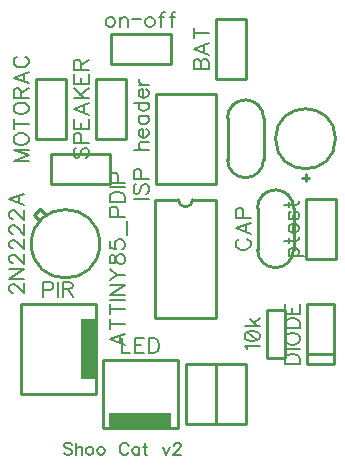
<source format=gbr>
G04 DipTrace 2.4.0.2*
%INTopSilk.gbr*%
%MOIN*%
%ADD10C,0.0098*%
%ADD52C,0.0077*%
%ADD53C,0.0062*%
%FSLAX44Y44*%
G04*
G70*
G90*
G75*
G01*
%LNTopSilk*%
%LPD*%
X11464Y12909D2*
D10*
Y8971D1*
X9416D2*
X11464D1*
X9416Y12909D2*
Y8971D1*
Y12909D2*
X10204D1*
X11464D2*
X10676D1*
X10204D2*
G03X10676Y12909I236J0D01*
G01*
X11440Y16940D2*
X12440D1*
X11440Y18940D2*
Y16940D1*
Y18940D2*
X12440D1*
Y16940D1*
X12840Y12639D2*
Y11241D1*
X14040Y12639D2*
Y11241D1*
X12840D2*
G03X14040Y11241I600J-1D01*
G01*
Y12639D2*
G03X12840Y12639I-600J1D01*
G01*
X14558Y13641D2*
X14322D1*
X14440Y13523D2*
Y13759D1*
X13440Y14940D2*
G02X13440Y14940I1000J0D01*
G01*
X11840Y15639D2*
Y14241D1*
X13040Y15639D2*
Y14241D1*
X11840D2*
G03X13040Y14241I600J-1D01*
G01*
Y15639D2*
G03X11840Y15639I-600J1D01*
G01*
X15393Y7423D2*
X14487D1*
Y9433D1*
X15393Y7757D2*
X14487D1*
X15393Y9433D2*
X14487D1*
X15393Y7423D2*
Y9433D1*
X11440Y14523D2*
Y16440D1*
Y13440D2*
Y16440D1*
X9440Y13440D2*
Y16440D1*
X11440Y13440D2*
X9440D1*
X11440Y16440D2*
X9440D1*
G36*
X9635Y5612D2*
X8245D1*
Y5758D1*
X9635D1*
Y5612D1*
G37*
X10190Y5315D2*
D10*
X7690D1*
Y7565D1*
X10190D1*
Y5315D1*
G36*
X9940D2*
X7878D1*
Y5815D1*
X9940D1*
Y5315D1*
G37*
X5592Y12209D2*
D10*
X5395Y12406D1*
X5789D2*
X5592Y12603D1*
X5395Y12406D1*
X5301Y11440D2*
G02X5301Y11440I1139J0D01*
G01*
X7940Y18440D2*
Y17440D1*
X9940Y18440D2*
X7940D1*
X9940D2*
Y17440D1*
X7940D1*
X4940Y6440D2*
X7440D1*
Y9440D1*
X4940D1*
Y6440D1*
G36*
X6940Y6940D2*
X7440D1*
Y8940D1*
X6940D1*
Y6940D1*
G37*
X15440Y12940D2*
D10*
X14440D1*
X15440Y10940D2*
Y12940D1*
Y10940D2*
X14440D1*
Y12940D1*
X12440Y7438D2*
Y5442D1*
X11440D2*
X12440D1*
X11440Y7438D2*
Y5442D1*
Y7438D2*
X12440D1*
X7938Y13440D2*
X5942D1*
Y14440D2*
Y13440D1*
X7938Y14440D2*
X5942D1*
X7938D2*
Y13440D1*
X11440Y7438D2*
Y5442D1*
X10440D2*
X11440D1*
X10440Y7438D2*
Y5442D1*
Y7438D2*
X11440D1*
X13140Y7639D2*
X13740D1*
X13140Y9241D2*
Y7639D1*
Y9241D2*
X13740D1*
Y7639D1*
X7440Y14940D2*
X8440D1*
X7440Y16940D2*
Y14940D1*
Y16940D2*
X8440D1*
Y14940D1*
X5440D2*
X6440D1*
X5440Y16940D2*
Y14940D1*
Y16940D2*
X6440D1*
Y14940D1*
X8415Y8447D2*
D52*
X7912Y8256D1*
X8415Y8064D1*
X8247Y8136D2*
Y8375D1*
X7912Y8769D2*
X8415D1*
X7912Y8602D2*
Y8937D1*
Y9258D2*
X8415D1*
X7912Y9091D2*
Y9426D1*
Y9580D2*
X8415D1*
X7912Y10070D2*
X8415D1*
X7912Y9735D1*
X8415D1*
X7912Y10224D2*
X8152Y10415D1*
X8415D1*
X7912Y10607D2*
X8152Y10415D1*
X7913Y10880D2*
X7937Y10809D1*
X7984Y10785D1*
X8032D1*
X8080Y10809D1*
X8104Y10857D1*
X8128Y10952D1*
X8152Y11024D1*
X8200Y11072D1*
X8247Y11095D1*
X8319D1*
X8367Y11072D1*
X8391Y11048D1*
X8415Y10976D1*
Y10880D1*
X8391Y10809D1*
X8367Y10785D1*
X8319Y10761D1*
X8247D1*
X8200Y10785D1*
X8152Y10833D1*
X8128Y10904D1*
X8104Y11000D1*
X8080Y11048D1*
X8032Y11072D1*
X7984D1*
X7937Y11048D1*
X7913Y10976D1*
Y10880D1*
Y11537D2*
Y11298D1*
X8128Y11274D1*
X8104Y11298D1*
X8080Y11370D1*
Y11441D1*
X8104Y11513D1*
X8152Y11561D1*
X8224Y11585D1*
X8271D1*
X8343Y11561D1*
X8391Y11513D1*
X8415Y11441D1*
Y11370D1*
X8391Y11298D1*
X8367Y11274D1*
X8319Y11250D1*
X8498Y11739D2*
Y12193D1*
X8176Y12348D2*
Y12563D1*
X8152Y12635D1*
X8127Y12659D1*
X8080Y12683D1*
X8008D1*
X7961Y12659D1*
X7936Y12635D1*
X7912Y12563D1*
Y12348D1*
X8415D1*
X7912Y12837D2*
X8415D1*
Y13005D1*
X8391Y13076D1*
X8343Y13124D1*
X8295Y13148D1*
X8224Y13172D1*
X8104D1*
X8032Y13148D1*
X7984Y13124D1*
X7936Y13076D1*
X7912Y13005D1*
Y12837D1*
Y13326D2*
X8415D1*
X8176Y13481D2*
Y13696D1*
X8152Y13768D1*
X8127Y13792D1*
X8080Y13816D1*
X8008D1*
X7961Y13792D1*
X7936Y13768D1*
X7912Y13696D1*
Y13481D1*
X8415D1*
X10708Y17259D2*
X11210D1*
Y17475D1*
X11186Y17547D1*
X11162Y17570D1*
X11115Y17594D1*
X11043D1*
X10995Y17570D1*
X10971Y17547D1*
X10947Y17475D1*
X10923Y17547D1*
X10899Y17570D1*
X10851Y17594D1*
X10803D1*
X10756Y17570D1*
X10732Y17547D1*
X10708Y17475D1*
Y17259D1*
X10947D2*
Y17475D1*
X11210Y18132D2*
X10708Y17940D1*
X11210Y17748D1*
X11043Y17820D2*
Y18060D1*
X10708Y18453D2*
X11210D1*
X10708Y18286D2*
Y18621D1*
X12227Y11606D2*
X12180Y11582D1*
X12132Y11534D1*
X12108Y11487D1*
Y11391D1*
X12132Y11343D1*
X12180Y11295D1*
X12227Y11271D1*
X12299Y11247D1*
X12419D1*
X12490Y11271D1*
X12538Y11295D1*
X12586Y11343D1*
X12610Y11391D1*
Y11487D1*
X12586Y11534D1*
X12538Y11582D1*
X12490Y11606D1*
X12610Y12143D2*
X12108Y11952D1*
X12610Y11760D1*
X12443Y11832D2*
Y12072D1*
X12371Y12298D2*
Y12513D1*
X12347Y12585D1*
X12323Y12609D1*
X12275Y12633D1*
X12203D1*
X12156Y12609D1*
X12132Y12585D1*
X12108Y12513D1*
Y12298D1*
X12610D1*
X13755Y7438D2*
X14257D1*
Y7605D1*
X14233Y7677D1*
X14186Y7725D1*
X14137Y7749D1*
X14066Y7773D1*
X13946D1*
X13874Y7749D1*
X13827Y7725D1*
X13779Y7677D1*
X13755Y7605D1*
Y7438D1*
Y7927D2*
X14257D1*
X13755Y8225D2*
X13779Y8177D1*
X13827Y8130D1*
X13874Y8105D1*
X13946Y8082D1*
X14066D1*
X14137Y8105D1*
X14186Y8130D1*
X14233Y8177D1*
X14257Y8225D1*
Y8321D1*
X14233Y8368D1*
X14186Y8417D1*
X14137Y8440D1*
X14066Y8464D1*
X13946D1*
X13874Y8440D1*
X13827Y8417D1*
X13779Y8368D1*
X13755Y8321D1*
Y8225D1*
Y8619D2*
X14257D1*
Y8786D1*
X14233Y8858D1*
X14186Y8906D1*
X14137Y8930D1*
X14066Y8953D1*
X13946D1*
X13874Y8930D1*
X13827Y8906D1*
X13779Y8858D1*
X13755Y8786D1*
Y8619D1*
Y9418D2*
Y9108D1*
X14257D1*
Y9418D1*
X13994Y9108D2*
Y9299D1*
X8708Y12943D2*
X9210D1*
X8780Y13433D2*
X8732Y13385D1*
X8708Y13313D1*
Y13218D1*
X8732Y13146D1*
X8780Y13098D1*
X8827D1*
X8875Y13122D1*
X8899Y13146D1*
X8923Y13193D1*
X8971Y13337D1*
X8995Y13385D1*
X9019Y13409D1*
X9066Y13433D1*
X9138D1*
X9186Y13385D1*
X9210Y13313D1*
Y13218D1*
X9186Y13146D1*
X9138Y13098D1*
X8971Y13587D2*
Y13803D1*
X8947Y13874D1*
X8923Y13898D1*
X8875Y13922D1*
X8803D1*
X8756Y13898D1*
X8732Y13874D1*
X8708Y13803D1*
Y13587D1*
X9210D1*
X8708Y14562D2*
X9210D1*
X8971D2*
X8899Y14634D1*
X8875Y14682D1*
Y14754D1*
X8899Y14802D1*
X8971Y14825D1*
X9210D1*
X9019Y14980D2*
Y15267D1*
X8971D1*
X8923Y15243D1*
X8899Y15219D1*
X8875Y15171D1*
Y15099D1*
X8899Y15052D1*
X8947Y15004D1*
X9019Y14980D1*
X9066D1*
X9138Y15004D1*
X9186Y15052D1*
X9210Y15099D1*
Y15171D1*
X9186Y15219D1*
X9138Y15267D1*
X8875Y15708D2*
X9210D1*
X8947D2*
X8899Y15660D1*
X8875Y15612D1*
Y15541D1*
X8899Y15493D1*
X8947Y15445D1*
X9019Y15421D1*
X9066D1*
X9138Y15445D1*
X9186Y15493D1*
X9210Y15541D1*
Y15612D1*
X9186Y15660D1*
X9138Y15708D1*
X8708Y16149D2*
X9210D1*
X8947D2*
X8899Y16102D1*
X8875Y16054D1*
Y15982D1*
X8899Y15934D1*
X8947Y15886D1*
X9019Y15862D1*
X9066D1*
X9138Y15886D1*
X9186Y15934D1*
X9210Y15982D1*
Y16054D1*
X9186Y16102D1*
X9138Y16149D1*
X9019Y16304D2*
Y16590D1*
X8971D1*
X8923Y16567D1*
X8899Y16543D1*
X8875Y16495D1*
Y16423D1*
X8899Y16375D1*
X8947Y16327D1*
X9019Y16304D1*
X9066D1*
X9138Y16327D1*
X9186Y16375D1*
X9210Y16423D1*
Y16495D1*
X9186Y16543D1*
X9138Y16590D1*
X8875Y16745D2*
X9210D1*
X9019D2*
X8947Y16769D1*
X8899Y16817D1*
X8875Y16865D1*
Y16937D1*
X8319Y8297D2*
Y7795D1*
X8606D1*
X9071Y8297D2*
X8761D1*
Y7795D1*
X9071D1*
X8761Y8058D2*
X8952D1*
X9226Y8297D2*
Y7795D1*
X9393D1*
X9465Y7819D1*
X9513Y7867D1*
X9537Y7915D1*
X9561Y7986D1*
Y8106D1*
X9537Y8178D1*
X9513Y8225D1*
X9465Y8273D1*
X9393Y8297D1*
X9226D1*
X4689Y9816D2*
X4665D1*
X4617Y9840D1*
X4593Y9864D1*
X4569Y9912D1*
Y10007D1*
X4593Y10055D1*
X4617Y10079D1*
X4665Y10103D1*
X4712D1*
X4761Y10079D1*
X4832Y10031D1*
X5071Y9792D1*
Y10127D1*
X4569Y10616D2*
X5071D1*
X4569Y10281D1*
X5071D1*
X4689Y10795D2*
X4665D1*
X4617Y10819D1*
X4593Y10842D1*
X4569Y10891D1*
Y10986D1*
X4593Y11034D1*
X4617Y11057D1*
X4665Y11082D1*
X4712D1*
X4761Y11057D1*
X4832Y11010D1*
X5071Y10771D1*
Y11106D1*
X4689Y11284D2*
X4665D1*
X4617Y11308D1*
X4593Y11332D1*
X4569Y11380D1*
Y11475D1*
X4593Y11523D1*
X4617Y11547D1*
X4665Y11571D1*
X4712D1*
X4761Y11547D1*
X4832Y11499D1*
X5071Y11260D1*
Y11595D1*
X4689Y11774D2*
X4665D1*
X4617Y11797D1*
X4593Y11821D1*
X4569Y11869D1*
Y11965D1*
X4593Y12012D1*
X4617Y12036D1*
X4665Y12060D1*
X4712D1*
X4761Y12036D1*
X4832Y11989D1*
X5071Y11749D1*
Y12084D1*
X4689Y12263D2*
X4665D1*
X4617Y12287D1*
X4593Y12310D1*
X4569Y12358D1*
Y12454D1*
X4593Y12502D1*
X4617Y12525D1*
X4665Y12550D1*
X4712D1*
X4761Y12525D1*
X4832Y12478D1*
X5071Y12239D1*
Y12573D1*
Y13111D2*
X4569Y12919D1*
X5071Y12728D1*
X4904Y12800D2*
Y13039D1*
X7901Y19005D2*
X7854Y18981D1*
X7806Y18933D1*
X7782Y18861D1*
Y18814D1*
X7806Y18742D1*
X7854Y18694D1*
X7901Y18670D1*
X7973D1*
X8021Y18694D1*
X8069Y18742D1*
X8093Y18814D1*
Y18861D1*
X8069Y18933D1*
X8021Y18981D1*
X7973Y19005D1*
X7901D1*
X8247D2*
Y18670D1*
Y18909D2*
X8319Y18981D1*
X8367Y19005D1*
X8439D1*
X8487Y18981D1*
X8511Y18909D1*
Y18670D1*
X8665Y18921D2*
X8941D1*
X9215Y19005D2*
X9168Y18981D1*
X9119Y18933D1*
X9096Y18861D1*
Y18814D1*
X9119Y18742D1*
X9168Y18694D1*
X9215Y18670D1*
X9287D1*
X9335Y18694D1*
X9383Y18742D1*
X9407Y18814D1*
Y18861D1*
X9383Y18933D1*
X9335Y18981D1*
X9287Y19005D1*
X9215D1*
X9752Y19172D2*
X9705D1*
X9657Y19148D1*
X9633Y19077D1*
Y18670D1*
X9561Y19005D2*
X9729D1*
X10098Y19172D2*
X10051D1*
X10002Y19148D1*
X9979Y19077D1*
Y18670D1*
X9907Y19005D2*
X10074D1*
X5701Y9909D2*
X5916D1*
X5988Y9933D1*
X6012Y9957D1*
X6036Y10005D1*
Y10077D1*
X6012Y10124D1*
X5988Y10148D1*
X5916Y10172D1*
X5701D1*
Y9670D1*
X6190Y10172D2*
Y9670D1*
X6344Y9933D2*
X6559D1*
X6631Y9957D1*
X6656Y9981D1*
X6679Y10029D1*
Y10077D1*
X6656Y10124D1*
X6631Y10148D1*
X6559Y10172D1*
X6344D1*
Y9670D1*
X6512Y9933D2*
X6679Y9670D1*
X13875Y11021D2*
X14378D1*
X13947D2*
X13900Y11069D1*
X13875Y11117D1*
Y11189D1*
X13900Y11237D1*
X13947Y11284D1*
X14019Y11309D1*
X14067D1*
X14138Y11284D1*
X14186Y11237D1*
X14210Y11189D1*
Y11117D1*
X14186Y11069D1*
X14138Y11021D1*
X13708Y11535D2*
X14115D1*
X14186Y11559D1*
X14210Y11607D1*
Y11654D1*
X13875Y11463D2*
Y11631D1*
X14019Y11809D2*
Y12096D1*
X13971D1*
X13923Y12072D1*
X13899Y12048D1*
X13875Y12000D1*
Y11928D1*
X13899Y11881D1*
X13947Y11833D1*
X14019Y11809D1*
X14066D1*
X14138Y11833D1*
X14186Y11881D1*
X14210Y11928D1*
Y12000D1*
X14186Y12048D1*
X14138Y12096D1*
X13947Y12513D2*
X13899Y12489D1*
X13875Y12417D1*
Y12346D1*
X13899Y12274D1*
X13947Y12250D1*
X13995Y12274D1*
X14019Y12322D1*
X14043Y12441D1*
X14066Y12489D1*
X14115Y12513D1*
X14138D1*
X14186Y12489D1*
X14210Y12417D1*
Y12346D1*
X14186Y12274D1*
X14138Y12250D1*
X13708Y12739D2*
X14115D1*
X14186Y12763D1*
X14210Y12811D1*
Y12859D1*
X13875Y12667D2*
Y12835D1*
X12504Y7927D2*
X12480Y7975D1*
X12408Y8047D1*
X12910D1*
X12408Y8345D2*
X12432Y8273D1*
X12504Y8225D1*
X12623Y8201D1*
X12695D1*
X12815Y8225D1*
X12886Y8273D1*
X12910Y8345D1*
Y8392D1*
X12886Y8464D1*
X12815Y8512D1*
X12695Y8536D1*
X12623D1*
X12504Y8512D1*
X12432Y8464D1*
X12408Y8392D1*
Y8345D1*
X12504Y8512D2*
X12815Y8225D1*
X12408Y8690D2*
X12910D1*
X12575Y8930D2*
X12815Y8690D1*
X12719Y8786D2*
X12910Y8953D1*
X6780Y14640D2*
X6732Y14592D1*
X6708Y14520D1*
Y14425D1*
X6732Y14353D1*
X6780Y14305D1*
X6827D1*
X6875Y14329D1*
X6899Y14353D1*
X6923Y14400D1*
X6971Y14544D1*
X6995Y14592D1*
X7019Y14616D1*
X7066Y14640D1*
X7138D1*
X7186Y14592D1*
X7210Y14520D1*
Y14425D1*
X7186Y14353D1*
X7138Y14305D1*
X6971Y14794D2*
Y15010D1*
X6947Y15081D1*
X6923Y15105D1*
X6875Y15129D1*
X6803D1*
X6756Y15105D1*
X6732Y15081D1*
X6708Y15010D1*
Y14794D1*
X7210D1*
X6708Y15594D2*
Y15283D1*
X7210D1*
Y15594D1*
X6947Y15283D2*
Y15475D1*
X7210Y16132D2*
X6708Y15940D1*
X7210Y15748D1*
X7043Y15820D2*
Y16060D1*
X6708Y16286D2*
X7210D1*
X6708Y16621D2*
X7043Y16286D1*
X6923Y16405D2*
X7210Y16621D1*
X6708Y17086D2*
Y16775D1*
X7210D1*
Y17086D1*
X6947Y16775D2*
Y16966D1*
Y17240D2*
Y17455D1*
X6923Y17527D1*
X6899Y17551D1*
X6851Y17575D1*
X6803D1*
X6756Y17551D1*
X6732Y17527D1*
X6708Y17455D1*
Y17240D1*
X7210D1*
X6947Y17408D2*
X7210Y17575D1*
X5210Y14580D2*
X4708D1*
X5210Y14389D1*
X4708Y14197D1*
X5210D1*
X4708Y14878D2*
X4732Y14830D1*
X4780Y14782D1*
X4827Y14758D1*
X4899Y14734D1*
X5019D1*
X5090Y14758D1*
X5138Y14782D1*
X5186Y14830D1*
X5210Y14878D1*
Y14974D1*
X5186Y15021D1*
X5138Y15069D1*
X5090Y15093D1*
X5019Y15117D1*
X4899D1*
X4827Y15093D1*
X4780Y15069D1*
X4732Y15021D1*
X4708Y14974D1*
Y14878D1*
Y15439D2*
X5210D1*
X4708Y15271D2*
Y15606D1*
Y15904D2*
X4732Y15856D1*
X4780Y15808D1*
X4827Y15784D1*
X4899Y15760D1*
X5019D1*
X5090Y15784D1*
X5138Y15808D1*
X5186Y15856D1*
X5210Y15904D1*
Y16000D1*
X5186Y16047D1*
X5138Y16095D1*
X5090Y16119D1*
X5019Y16143D1*
X4899D1*
X4827Y16119D1*
X4780Y16095D1*
X4732Y16047D1*
X4708Y16000D1*
Y15904D1*
X4947Y16297D2*
Y16512D1*
X4923Y16584D1*
X4899Y16608D1*
X4851Y16632D1*
X4803D1*
X4756Y16608D1*
X4732Y16584D1*
X4708Y16512D1*
Y16297D1*
X5210D1*
X4947Y16465D2*
X5210Y16632D1*
Y17170D2*
X4708Y16978D1*
X5210Y16787D1*
X5043Y16858D2*
Y17098D1*
X4827Y17683D2*
X4780Y17659D1*
X4732Y17611D1*
X4708Y17563D1*
Y17468D1*
X4732Y17420D1*
X4780Y17372D1*
X4827Y17348D1*
X4899Y17324D1*
X5019D1*
X5090Y17348D1*
X5138Y17372D1*
X5186Y17420D1*
X5210Y17468D1*
Y17563D1*
X5186Y17611D1*
X5138Y17659D1*
X5090Y17683D1*
X6662Y4747D2*
D53*
X6624Y4785D1*
X6566Y4804D1*
X6490D1*
X6432Y4785D1*
X6394Y4747D1*
Y4709D1*
X6413Y4670D1*
X6432Y4651D1*
X6470Y4632D1*
X6585Y4594D1*
X6624Y4575D1*
X6643Y4555D1*
X6662Y4517D1*
Y4460D1*
X6624Y4422D1*
X6566Y4402D1*
X6490D1*
X6432Y4422D1*
X6394Y4460D1*
X6785Y4804D2*
Y4402D1*
Y4594D2*
X6843Y4651D1*
X6881Y4670D1*
X6939D1*
X6977Y4651D1*
X6996Y4594D1*
Y4402D1*
X7215Y4670D2*
X7177Y4651D1*
X7138Y4613D1*
X7119Y4555D1*
Y4517D1*
X7138Y4460D1*
X7177Y4422D1*
X7215Y4402D1*
X7272D1*
X7311Y4422D1*
X7349Y4460D1*
X7368Y4517D1*
Y4555D1*
X7349Y4613D1*
X7311Y4651D1*
X7272Y4670D1*
X7215D1*
X7587D2*
X7549Y4651D1*
X7511Y4613D1*
X7492Y4555D1*
Y4517D1*
X7511Y4460D1*
X7549Y4422D1*
X7587Y4402D1*
X7645D1*
X7683Y4422D1*
X7721Y4460D1*
X7741Y4517D1*
Y4555D1*
X7721Y4613D1*
X7683Y4651D1*
X7645Y4670D1*
X7587D1*
X8540Y4709D2*
X8521Y4747D1*
X8482Y4785D1*
X8444Y4804D1*
X8368D1*
X8329Y4785D1*
X8291Y4747D1*
X8272Y4709D1*
X8253Y4651D1*
Y4555D1*
X8272Y4498D1*
X8291Y4460D1*
X8329Y4422D1*
X8368Y4402D1*
X8444D1*
X8482Y4422D1*
X8521Y4460D1*
X8540Y4498D1*
X8893Y4670D2*
Y4402D1*
Y4613D2*
X8855Y4651D1*
X8816Y4670D1*
X8759D1*
X8721Y4651D1*
X8683Y4613D1*
X8663Y4555D1*
Y4517D1*
X8683Y4460D1*
X8721Y4422D1*
X8759Y4402D1*
X8816D1*
X8855Y4422D1*
X8893Y4460D1*
X9074Y4804D2*
Y4479D1*
X9093Y4422D1*
X9131Y4402D1*
X9169D1*
X9016Y4670D2*
X9150D1*
X9682D2*
X9797Y4402D1*
X9911Y4670D1*
X10054Y4708D2*
Y4727D1*
X10073Y4766D1*
X10092Y4785D1*
X10131Y4804D1*
X10207D1*
X10245Y4785D1*
X10264Y4766D1*
X10284Y4727D1*
Y4689D1*
X10264Y4651D1*
X10226Y4594D1*
X10035Y4402D1*
X10303D1*
M02*

</source>
